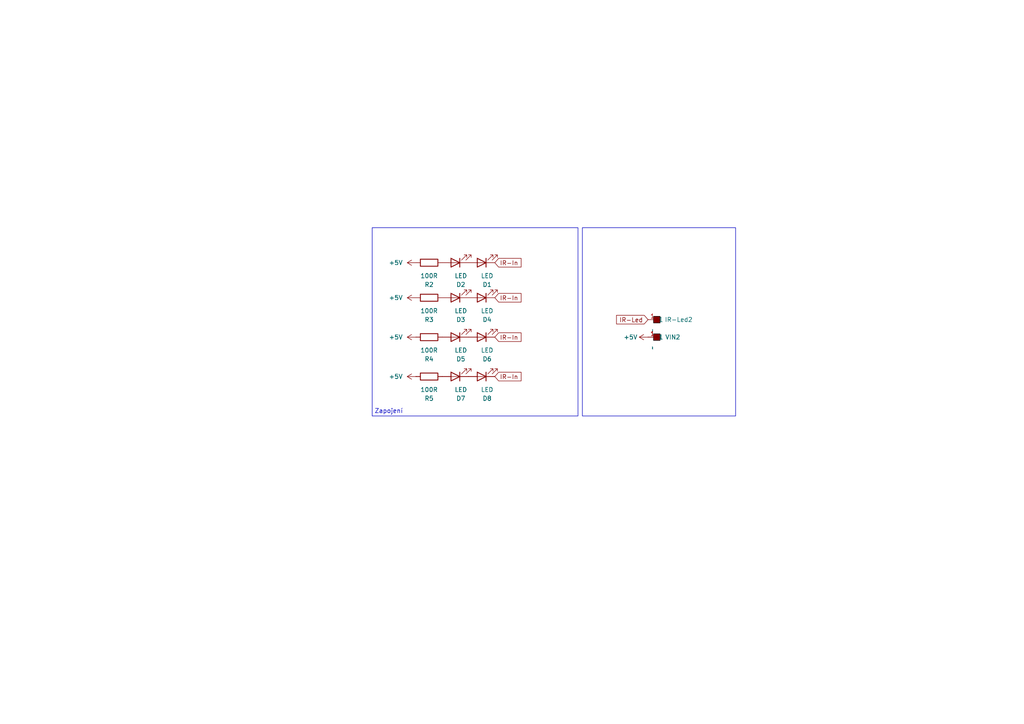
<source format=kicad_sch>
(kicad_sch (version 20250114) (generator "eeschema") (generator_version "9.0")
  (paper "A4")
  (lib_symbols
    (symbol "Device:LED" (pin_numbers (hide yes)) (pin_names (offset 1.016) (hide yes))
      (property "Reference" "D" (at 0 2.54 0))
      (property "Value" "LED" (at 0 -2.54 0))
      (symbol "LED_0_1"
        (polyline (pts (xy -3.048 -0.762) (xy -4.572 -2.286) (xy -3.81 -2.286) (xy -4.572 -2.286) (xy -4.572 -1.524)))
        (polyline (pts (xy -1.778 -0.762) (xy -3.302 -2.286) (xy -2.54 -2.286) (xy -3.302 -2.286) (xy -3.302 -1.524)))
        (polyline (pts (xy -1.27 0) (xy 1.27 0)))
        (polyline (pts (xy -1.27 -1.27) (xy -1.27 1.27)) (stroke (width 0.254)))
        (polyline (pts (xy 1.27 -1.27) (xy 1.27 1.27) (xy -1.27 0) (xy 1.27 -1.27)) (stroke (width 0.254)))
      )
      (symbol "LED_1_1"
        (pin passive line (at -3.81 0 0) (length 2.54) (name "K") (number "1"))
        (pin passive line (at 3.81 0 180) (length 2.54) (name "A") (number "2"))
      )
    )
    (symbol "Device:R" (pin_numbers (hide yes)) (pin_names (offset 0))
      (property "Reference" "R" (at 2.032 0 90))
      (property "Value" "R" (at 0 0 90))
      (symbol "R_0_1"
        (rectangle (start -1.016 -2.54) (end 1.016 2.54) (stroke (width 0.254)))
      )
      (symbol "R_1_1"
        (pin passive line (at 0 3.81 270) (length 1.27) (name "~") (number "1"))
        (pin passive line (at 0 -3.81 90) (length 1.27) (name "~") (number "2"))
      )
    )
    (symbol "N-G:Pad-3.5mm"
      (property "Reference" "Pad1" (at 0.508 2.032 0))
      (symbol "Pad-3.5mm_1_1"
        (rectangle (start 0.3175 0.9525) (end 2.2225 -0.9525) (stroke (width 0) (color 0 0 0 1)) (fill (type color) (color 132 0 0 1)))
        (pin input line (at -1.27 0 0) (length 2.54) (name "1") (number "1"))
      )
    )
    (symbol "power:+5V" (power) (pin_numbers (hide yes)) (pin_names (offset 0) (hide yes))
      (property "Value" "+5V" (at 0 3.556 0))
      (symbol "+5V_0_1"
        (polyline (pts (xy -0.762 1.27) (xy 0 2.54)))
        (polyline (pts (xy 0 2.54) (xy 0.762 1.27)))
        (polyline (pts (xy 0 0) (xy 0 2.54)))
      )
      (symbol "+5V_1_1"
        (pin power_in line (at 0 0 90) (length 0) (name "~") (number "1"))
      )
    )
  )
  (rectangle (start 107.95 66.04) (end 167.64 120.65))
  (rectangle (start 168.91 66.04) (end 213.36 120.65))
  (text "Zapojení" (at 112.776 119.38 0) (effects (font (size 1.27 1.27))))
  (global_label "IR-In" (shape input) (at 143.51 97.79 0) (property "Intersheetrefs" "${INTERSHEET_REFS}" (effects (hide yes))))
  (global_label "IR-In" (shape input) (at 143.51 76.2 0) (property "Intersheetrefs" "${INTERSHEET_REFS}" (effects (hide yes))))
  (global_label "IR-Led" (shape input) (at 187.96 92.71 180) (property "Intersheetrefs" "${INTERSHEET_REFS}" (effects (hide yes))))
  (global_label "IR-In" (shape input) (at 143.51 86.36 0) (property "Intersheetrefs" "${INTERSHEET_REFS}" (effects (hide yes))))
  (global_label "IR-In" (shape input) (at 143.51 109.22 0) (property "Intersheetrefs" "${INTERSHEET_REFS}" (effects (hide yes))))
  (symbol (lib_id "Device:R") (at 124.46 86.36 270) (unit 1)
    (property "Reference" "R3" (at 124.46 92.71 90))
    (property "Value" "100R" (at 124.46 90.17 90))
    (property "Footprint" "Resistor_SMD:R_1206_3216Metric_Pad1.30x1.75mm_HandSolder" (effects (hide yes)))
    (property "Description" "Resistor" (effects (hide yes)))
  )
  (symbol (lib_id "Device:LED") (at 132.08 109.22 180) (unit 1)
    (property "Reference" "D7" (at 133.6675 115.57 0))
    (property "Value" "LED" (at 133.6675 113.03 0))
    (property "Footprint" "LED_THT:LED_D5.0mm" (effects (hide yes)))
    (property "Description" "Light emitting diode" (effects (hide yes)))
    (property "Sim.Pins" "1=K 2=A" (effects (hide yes)))
  )
  (symbol (lib_id "Device:LED") (at 132.08 97.79 180) (unit 1)
    (property "Reference" "D5" (at 133.6675 104.14 0))
    (property "Value" "LED" (at 133.6675 101.6 0))
    (property "Footprint" "LED_THT:LED_D5.0mm" (effects (hide yes)))
    (property "Description" "Light emitting diode" (effects (hide yes)))
    (property "Sim.Pins" "1=K 2=A" (effects (hide yes)))
  )
  (symbol (lib_id "Device:LED") (at 132.08 76.2 180) (unit 1)
    (property "Reference" "D2" (at 133.6675 82.55 0))
    (property "Value" "LED" (at 133.6675 80.01 0))
    (property "Footprint" "LED_THT:LED_D5.0mm" (effects (hide yes)))
    (property "Description" "Light emitting diode" (effects (hide yes)))
    (property "Sim.Pins" "1=K 2=A" (effects (hide yes)))
  )
  (symbol (lib_id "Device:R") (at 124.46 97.79 270) (unit 1)
    (property "Reference" "R4" (at 124.46 104.14 90))
    (property "Value" "100R" (at 124.46 101.6 90))
    (property "Footprint" "Resistor_SMD:R_1206_3216Metric_Pad1.30x1.75mm_HandSolder" (effects (hide yes)))
    (property "Description" "Resistor" (effects (hide yes)))
  )
  (symbol (lib_id "Device:LED") (at 139.7 76.2 180) (unit 1)
    (property "Reference" "D1" (at 141.2875 82.55 0))
    (property "Value" "LED" (at 141.2875 80.01 0))
    (property "Footprint" "LED_THT:LED_D5.0mm" (effects (hide yes)))
    (property "Description" "Light emitting diode" (effects (hide yes)))
    (property "Sim.Pins" "1=K 2=A" (effects (hide yes)))
  )
  (symbol (lib_id "Device:R") (at 124.46 76.2 270) (unit 1)
    (property "Reference" "R2" (at 124.46 82.55 90))
    (property "Value" "100R" (at 124.46 80.01 90))
    (property "Footprint" "Resistor_SMD:R_1206_3216Metric_Pad1.30x1.75mm_HandSolder" (effects (hide yes)))
    (property "Description" "Resistor" (effects (hide yes)))
  )
  (symbol (lib_id "Device:LED") (at 139.7 86.36 180) (unit 1)
    (property "Reference" "D4" (at 141.2875 92.71 0))
    (property "Value" "LED" (at 141.2875 90.17 0))
    (property "Footprint" "LED_THT:LED_D5.0mm" (effects (hide yes)))
    (property "Description" "Light emitting diode" (effects (hide yes)))
    (property "Sim.Pins" "1=K 2=A" (effects (hide yes)))
  )
  (symbol (lib_id "power:+5V") (at 187.96 97.79 90) (unit 1)
    (property "Reference" "#PWR019" (effects (hide yes)))
    (property "Value" "+5V" (at 182.88 97.79 90))
    (property "Description" "Power symbol creates a global label with name \"+5V\"" (effects (hide yes)))
  )
  (symbol (lib_id "power:+5V") (at 120.65 109.22 90) (unit 1)
    (property "Reference" "#PWR013" (effects (hide yes)))
    (property "Value" "+5V" (at 116.84 109.2199 90) (effects (justify left)))
    (property "Description" "Power symbol creates a global label with name \"+5V\"" (effects (hide yes)))
  )
  (symbol (lib_id "power:+5V") (at 120.65 86.36 90) (unit 1)
    (property "Reference" "#PWR011" (effects (hide yes)))
    (property "Value" "+5V" (at 116.84 86.3599 90) (effects (justify left)))
    (property "Description" "Power symbol creates a global label with name \"+5V\"" (effects (hide yes)))
  )
  (symbol (lib_id "N-G:Pad-3.5mm") (at 189.23 92.71 0) (unit 1)
    (property "Reference" "IR-Led2" (at 200.914 92.71 0) (effects (justify right)))
    (property "Value" "~" (at 189.23 95.25 90) (effects (justify right)))
    (property "Footprint" "N-G_board:Pad-3.5mm" (effects (hide yes)))
  )
  (symbol (lib_id "Device:LED") (at 132.08 86.36 180) (unit 1)
    (property "Reference" "D3" (at 133.6675 92.71 0))
    (property "Value" "LED" (at 133.6675 90.17 0))
    (property "Footprint" "LED_THT:LED_D5.0mm" (effects (hide yes)))
    (property "Description" "Light emitting diode" (effects (hide yes)))
    (property "Sim.Pins" "1=K 2=A" (effects (hide yes)))
  )
  (symbol (lib_id "power:+5V") (at 120.65 76.2 90) (unit 1)
    (property "Reference" "#PWR08" (effects (hide yes)))
    (property "Value" "+5V" (at 116.84 76.1999 90) (effects (justify left)))
    (property "Description" "Power symbol creates a global label with name \"+5V\"" (effects (hide yes)))
  )
  (symbol (lib_id "power:+5V") (at 120.65 97.79 90) (unit 1)
    (property "Reference" "#PWR012" (effects (hide yes)))
    (property "Value" "+5V" (at 116.84 97.7899 90) (effects (justify left)))
    (property "Description" "Power symbol creates a global label with name \"+5V\"" (effects (hide yes)))
  )
  (symbol (lib_id "Device:LED") (at 139.7 97.79 180) (unit 1)
    (property "Reference" "D6" (at 141.2875 104.14 0))
    (property "Value" "LED" (at 141.2875 101.6 0))
    (property "Footprint" "LED_THT:LED_D5.0mm" (effects (hide yes)))
    (property "Description" "Light emitting diode" (effects (hide yes)))
    (property "Sim.Pins" "1=K 2=A" (effects (hide yes)))
  )
  (symbol (lib_id "N-G:Pad-3.5mm") (at 189.23 97.79 0) (unit 1)
    (property "Reference" "VIN2" (at 197.358 97.79 0) (effects (justify right)))
    (property "Value" "~" (at 189.23 100.33 90) (effects (justify right)))
    (property "Footprint" "N-G_board:Pad-3.5mm" (effects (hide yes)))
  )
  (symbol (lib_id "Device:R") (at 124.46 109.22 270) (unit 1)
    (property "Reference" "R5" (at 124.46 115.57 90))
    (property "Value" "100R" (at 124.46 113.03 90))
    (property "Footprint" "Resistor_SMD:R_1206_3216Metric_Pad1.30x1.75mm_HandSolder" (effects (hide yes)))
    (property "Description" "Resistor" (effects (hide yes)))
  )
  (symbol (lib_id "Device:LED") (at 139.7 109.22 180) (unit 1)
    (property "Reference" "D8" (at 141.2875 115.57 0))
    (property "Value" "LED" (at 141.2875 113.03 0))
    (property "Footprint" "LED_THT:LED_D5.0mm" (effects (hide yes)))
    (property "Description" "Light emitting diode" (effects (hide yes)))
    (property "Sim.Pins" "1=K 2=A" (effects (hide yes)))
  )
)
</source>
